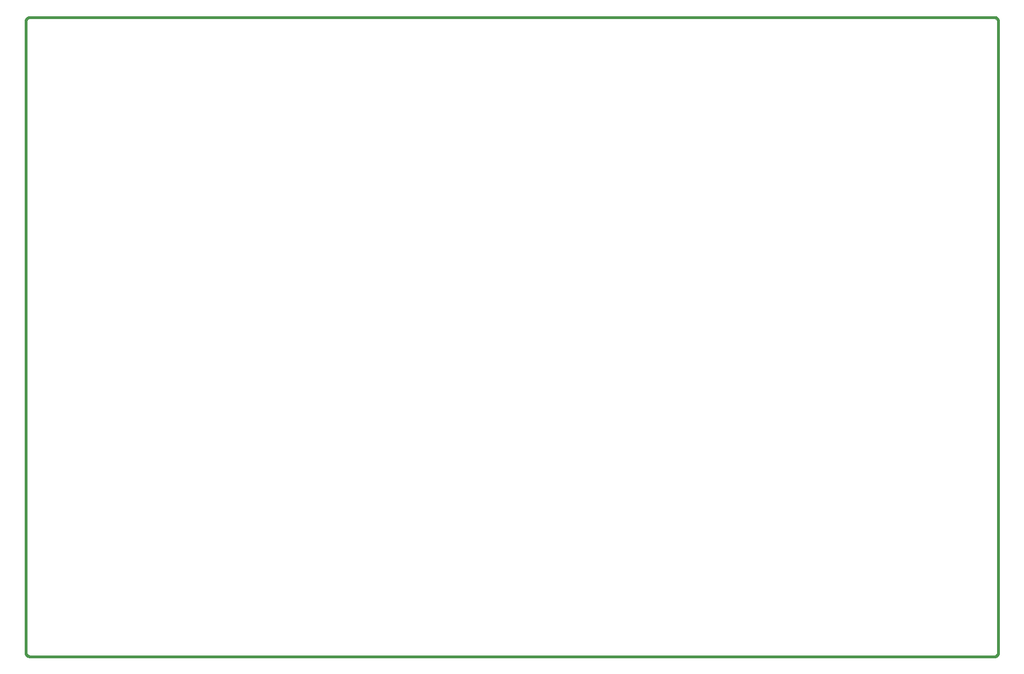
<source format=gko>
G75*
G70*
%OFA0B0*%
%FSLAX24Y24*%
%IPPOS*%
%LPD*%
%AMOC8*
5,1,8,0,0,1.08239X$1,22.5*
%
%ADD10C,0.0160*%
D10*
X000430Y000790D02*
X057680Y000790D01*
X057710Y000792D01*
X057740Y000797D01*
X057769Y000806D01*
X057796Y000819D01*
X057822Y000834D01*
X057846Y000853D01*
X057867Y000874D01*
X057886Y000898D01*
X057901Y000924D01*
X057914Y000951D01*
X057923Y000980D01*
X057928Y001010D01*
X057930Y001040D01*
X057930Y038540D01*
X057928Y038570D01*
X057923Y038600D01*
X057914Y038629D01*
X057901Y038656D01*
X057886Y038682D01*
X057867Y038706D01*
X057846Y038727D01*
X057822Y038746D01*
X057796Y038761D01*
X057769Y038774D01*
X057740Y038783D01*
X057710Y038788D01*
X057680Y038790D01*
X000430Y038790D01*
X000400Y038788D01*
X000370Y038783D01*
X000341Y038774D01*
X000314Y038761D01*
X000288Y038746D01*
X000264Y038727D01*
X000243Y038706D01*
X000224Y038682D01*
X000209Y038656D01*
X000196Y038629D01*
X000187Y038600D01*
X000182Y038570D01*
X000180Y038540D01*
X000180Y001040D01*
X000182Y001010D01*
X000187Y000980D01*
X000196Y000951D01*
X000209Y000924D01*
X000224Y000898D01*
X000243Y000874D01*
X000264Y000853D01*
X000288Y000834D01*
X000314Y000819D01*
X000341Y000806D01*
X000370Y000797D01*
X000400Y000792D01*
X000430Y000790D01*
M02*

</source>
